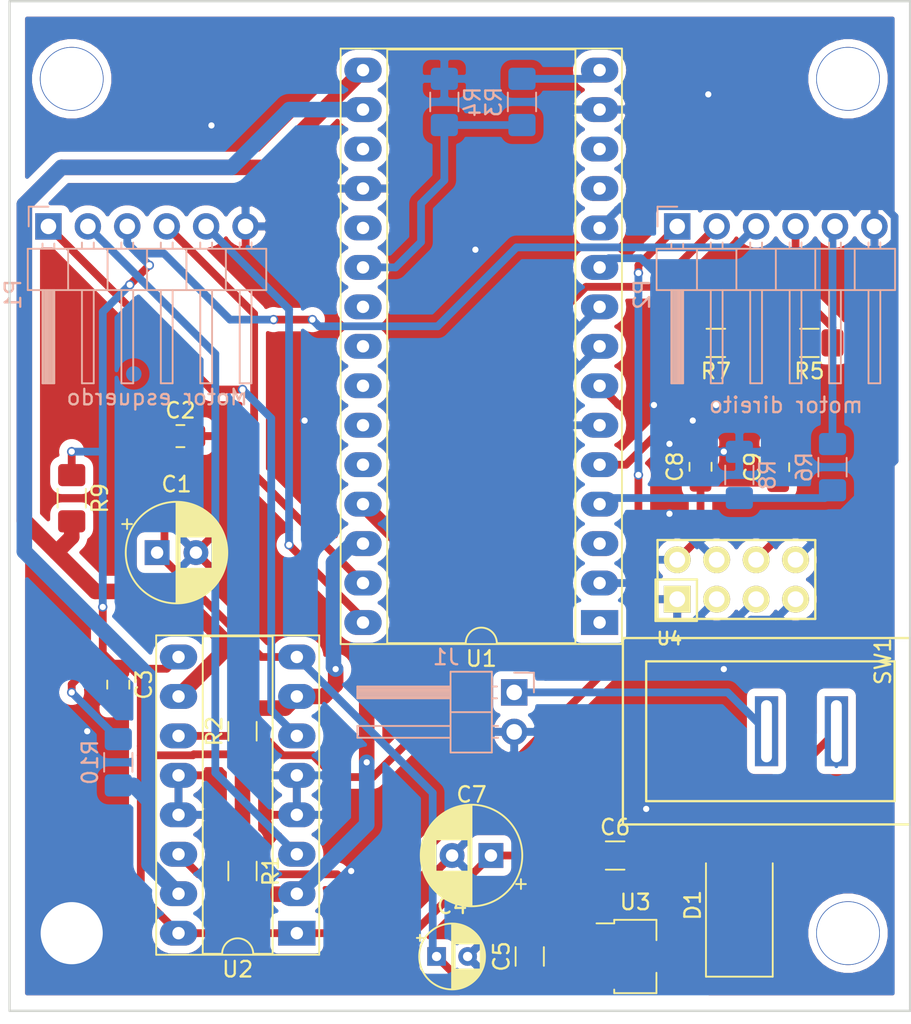
<source format=kicad_pcb>
(kicad_pcb (version 20171130) (host pcbnew 5.1.6-c6e7f7d~87~ubuntu20.04.1)
  (layers (0 F.Cu signal) (31 B.Cu signal) (34 B.Paste user) (35 F.Paste user) (36 B.SilkS user) (37 F.SilkS user) (38 B.Mask user) (39 F.Mask user) (44 Edge.Cuts user))
  (net 0 "")
  (net 1 GND)
  (net 2 +BATT)
  (net 3 +5V)
  (net 4 +3V3)
  (net 5 "Net-(D1-Pad2)")
  (net 6 "Net-(J1-Pad1)")
  (net 7 /MotorL/ENCODER_2)
  (net 8 /MotorL/ENCODER_1)
  (net 9 "Net-(P1-Pad2)")
  (net 10 "Net-(P1-Pad1)")
  (net 11 /MotorR/ENC_R_2)
  (net 12 /MotorR/ENC_R_1)
  (net 13 "Net-(P2-Pad2)")
  (net 14 "Net-(P2-Pad1)")
  (net 15 /MotorL/PWM_1)
  (net 16 /MotorL/PWM_2)
  (net 17 /Microcontroller/BATTERY_VOLTAGE)
  (net 18 /MotorR/ENCODER_1)
  (net 19 /MotorR/ENCODER_2)
  (net 20 /MotorR/PWM_1)
  (net 21 /MotorR/PWM_2)
  (net 22 "Net-(U1-Pad1)")
  (net 23 "Net-(U1-Pad3)")
  (net 24 "Net-(U1-Pad18)")
  (net 25 /Radio/CE)
  (net 26 "Net-(U1-Pad20)")
  (net 27 /Radio/CSN)
  (net 28 /Radio/SCK)
  (net 29 "Net-(U1-Pad22)")
  (net 30 /Radio/MISO)
  (net 31 "Net-(U1-Pad23)")
  (net 32 /Radio/MOSI)
  (net 33 "Net-(U1-Pad24)")
  (net 34 /Radio/IRQ)
  (net 35 "Net-(U1-Pad25)")
  (net 36 "Net-(U1-Pad12)")
  (net 37 "Net-(U1-Pad26)")
  (net 38 "Net-(U1-Pad13)")
  (module Connector_PinHeader_2.54mm:PinHeader_1x06_P2.54mm_Horizontal (layer B.Cu) (at 121.5 86.5 270)
    (fp_text reference P1 (at 4.385 2.27 90) (layer B.SilkS) (effects (justify mirror)))
    (fp_text value MOTOR_R)
    (pad 6 thru_hole oval (at 0 -12.7 270) (size 1.7 1.7) (drill 1) (layers *.Cu *.Mask) (net 1 GND))
    (pad 5 thru_hole oval (at 0 -10.16 270) (size 1.7 1.7) (drill 1) (layers *.Cu *.Mask) (net 7 /MotorL/ENCODER_2))
    (pad 4 thru_hole oval (at 0 -7.62 270) (size 1.7 1.7) (drill 1) (layers *.Cu *.Mask) (net 8 /MotorL/ENCODER_1))
    (pad 3 thru_hole oval (at 0 -5.08 270) (size 1.7 1.7) (drill 1) (layers *.Cu *.Mask) (net 3 +5V))
    (pad 2 thru_hole oval (at 0 -2.54 270) (size 1.7 1.7) (drill 1) (layers *.Cu *.Mask) (net 9 "Net-(P1-Pad2)"))
    (pad 1 thru_hole rect (at 0 0 270) (size 1.7 1.7) (drill 1) (layers *.Cu *.Mask) (net 10 "Net-(P1-Pad1)"))
  )
  (module Capacitor_THT:CP_Radial_D6.3mm_P2.50mm (layer F.Cu) (at 150 127 180)
    (fp_text reference C7 (at 1.25 3.92) (layer F.SilkS))
    (fp_text value 100uF)
    (pad 2 thru_hole circle (at 2.5 0 180) (size 1.6 1.6) (drill 0.8) (layers *.Cu *.Mask) (net 1 GND))
    (pad 1 thru_hole rect (at 0 0 180) (size 1.6 1.6) (drill 0.8) (layers *.Cu *.Mask) (net 3 +5V))
  )
  (module lib:NRF24L01 (layer F.Cu) (at 160.476 112.024 180)
    (fp_text reference U4 (at -1.016 -1.016) (layer F.SilkS) (effects (font (size 0.8 0.8) (thickness 0.16))))
    (fp_text value nRF24L01+ hide)
    (pad 2 thru_hole oval (at -1.524 4.064 180) (size 1.7272 1.7272) (drill 1.016) (layers *.Cu *.Mask F.SilkS) (net 4 +3V3))
    (pad 1 thru_hole rect (at -1.524 1.524 180) (size 1.7272 1.7272) (drill 1.016) (layers *.Cu *.Mask F.SilkS) (net 1 GND))
    (pad 4 thru_hole oval (at -4.064 4.064 180) (size 1.7272 1.7272) (drill 1.016) (layers *.Cu *.Mask F.SilkS) (net 27 /Radio/CSN))
    (pad 3 thru_hole oval (at -4.064 1.524 180) (size 1.7272 1.7272) (drill 1.016) (layers *.Cu *.Mask F.SilkS) (net 25 /Radio/CE))
    (pad 6 thru_hole oval (at -6.604 4.064 180) (size 1.7272 1.7272) (drill 1.016) (layers *.Cu *.Mask F.SilkS) (net 32 /Radio/MOSI))
    (pad 5 thru_hole oval (at -6.604 1.524 180) (size 1.7272 1.7272) (drill 1.016) (layers *.Cu *.Mask F.SilkS) (net 28 /Radio/SCK))
    (pad 8 thru_hole oval (at -9.144 4.064 180) (size 1.7272 1.7272) (drill 1.016) (layers *.Cu *.Mask F.SilkS) (net 34 /Radio/IRQ))
    (pad 7 thru_hole oval (at -9.144 1.524 180) (size 1.7272 1.7272) (drill 1.016) (layers *.Cu *.Mask F.SilkS) (net 30 /Radio/MISO))
  )
  (module Package_TO_SOT_SMD:SOT-89-3_Handsoldering (layer F.Cu) (at 159 133.5)
    (fp_text reference U3 (at 0.3 -3.5) (layer F.SilkS))
    (fp_text value LM78L05)
    (pad 2 smd custom (at -2.0625 0) (size 2.475 0.9) (layers F.Cu F.Paste F.Mask) (net 1 GND) (options (clearance outline) (anchor rect)) (primitives (gr_poly (pts (xy 1.2375 -0.8665) (xy 5.3625 -0.8665) (xy 5.3625 0.8665) (xy 1.2375 0.8665)) (width 0))))
    (pad 3 smd rect (at -2.15 1.5) (size 2.3 0.9) (layers F.Cu F.Paste F.Mask) (net 2 +BATT))
    (pad 1 smd rect (at -2.15 -1.5) (size 2.3 0.9) (layers F.Cu F.Paste F.Mask) (net 3 +5V))
  )
  (module Package_DIP:DIP-16_W7.62mm_Socket_LongPads (layer F.Cu) (at 137.5 132 180)
    (fp_text reference U2 (at 3.81 -2.33) (layer F.SilkS))
    (fp_text value SN754410)
    (pad 16 thru_hole oval (at 7.62 0 180) (size 2.4 1.6) (drill 0.8) (layers *.Cu *.Mask) (net 3 +5V))
    (pad 8 thru_hole oval (at 0 17.78 180) (size 2.4 1.6) (drill 0.8) (layers *.Cu *.Mask) (net 2 +BATT))
    (pad 15 thru_hole oval (at 7.62 2.54 180) (size 2.4 1.6) (drill 0.8) (layers *.Cu *.Mask) (net 21 /MotorR/PWM_2))
    (pad 7 thru_hole oval (at 0 15.24 180) (size 2.4 1.6) (drill 0.8) (layers *.Cu *.Mask) (net 16 /MotorL/PWM_2))
    (pad 14 thru_hole oval (at 7.62 5.08 180) (size 2.4 1.6) (drill 0.8) (layers *.Cu *.Mask) (net 14 "Net-(P2-Pad1)"))
    (pad 6 thru_hole oval (at 0 12.7 180) (size 2.4 1.6) (drill 0.8) (layers *.Cu *.Mask) (net 10 "Net-(P1-Pad1)"))
    (pad 13 thru_hole oval (at 7.62 7.62 180) (size 2.4 1.6) (drill 0.8) (layers *.Cu *.Mask) (net 1 GND))
    (pad 5 thru_hole oval (at 0 10.16 180) (size 2.4 1.6) (drill 0.8) (layers *.Cu *.Mask) (net 1 GND))
    (pad 12 thru_hole oval (at 7.62 10.16 180) (size 2.4 1.6) (drill 0.8) (layers *.Cu *.Mask) (net 1 GND))
    (pad 4 thru_hole oval (at 0 7.62 180) (size 2.4 1.6) (drill 0.8) (layers *.Cu *.Mask) (net 1 GND))
    (pad 11 thru_hole oval (at 7.62 12.7 180) (size 2.4 1.6) (drill 0.8) (layers *.Cu *.Mask) (net 13 "Net-(P2-Pad2)"))
    (pad 3 thru_hole oval (at 0 5.08 180) (size 2.4 1.6) (drill 0.8) (layers *.Cu *.Mask) (net 9 "Net-(P1-Pad2)"))
    (pad 10 thru_hole oval (at 7.62 15.24 180) (size 2.4 1.6) (drill 0.8) (layers *.Cu *.Mask) (net 20 /MotorR/PWM_1))
    (pad 2 thru_hole oval (at 0 2.54 180) (size 2.4 1.6) (drill 0.8) (layers *.Cu *.Mask) (net 15 /MotorL/PWM_1))
    (pad 9 thru_hole oval (at 7.62 17.78 180) (size 2.4 1.6) (drill 0.8) (layers *.Cu *.Mask) (net 3 +5V))
    (pad 1 thru_hole rect (at 0 0 180) (size 2.4 1.6) (drill 0.8) (layers *.Cu *.Mask) (net 3 +5V))
  )
  (module lib:NUCLEO-F3 (layer F.Cu) (at 157 112 180)
    (fp_text reference U1 (at 7.62 -2.33 180) (layer F.SilkS))
    (fp_text value NUCLEO-F303K8)
    (pad 1 thru_hole rect (at 0 0 180) (size 2.4 1.6) (drill 0.8) (layers *.Cu *.Mask) (net 22 "Net-(U1-Pad1)"))
    (pad 29 thru_hole oval (at 15.24 2.54 180) (size 2.4 1.6) (drill 0.8) (layers *.Cu *.Mask) (net 8 /MotorL/ENCODER_1))
    (pad 2 thru_hole oval (at 0 2.54 180) (size 2.4 1.6) (drill 0.8) (layers *.Cu *.Mask) (net 4 +3V3))
    (pad 16 thru_hole oval (at 15.24 35.56 180) (size 2.4 1.6) (drill 0.8) (layers *.Cu *.Mask) (net 20 /MotorR/PWM_1))
    (pad 3 thru_hole oval (at 0 5.08 180) (size 2.4 1.6) (drill 0.8) (layers *.Cu *.Mask) (net 23 "Net-(U1-Pad3)"))
    (pad 17 thru_hole oval (at 15.24 33.02 180) (size 2.4 1.6) (drill 0.8) (layers *.Cu *.Mask) (net 21 /MotorR/PWM_2))
    (pad 4 thru_hole oval (at 0 7.62 180) (size 2.4 1.6) (drill 0.8) (layers *.Cu *.Mask) (net 19 /MotorR/ENCODER_2))
    (pad 18 thru_hole oval (at 15.24 30.48 180) (size 2.4 1.6) (drill 0.8) (layers *.Cu *.Mask) (net 24 "Net-(U1-Pad18)"))
    (pad 5 thru_hole oval (at 0 10.16 180) (size 2.4 1.6) (drill 0.8) (layers *.Cu *.Mask) (net 18 /MotorR/ENCODER_1))
    (pad 19 thru_hole oval (at 15.24 27.94 180) (size 2.4 1.6) (drill 0.8) (layers *.Cu *.Mask) (net 1 GND))
    (pad 6 thru_hole oval (at 0 12.7 180) (size 2.4 1.6) (drill 0.8) (layers *.Cu *.Mask) (net 25 /Radio/CE))
    (pad 20 thru_hole oval (at 15.24 25.4 180) (size 2.4 1.6) (drill 0.8) (layers *.Cu *.Mask) (net 26 "Net-(U1-Pad20)"))
    (pad 7 thru_hole oval (at 0 15.24 180) (size 2.4 1.6) (drill 0.8) (layers *.Cu *.Mask) (net 27 /Radio/CSN))
    (pad 21 thru_hole oval (at 15.24 22.86 180) (size 2.4 1.6) (drill 0.8) (layers *.Cu *.Mask) (net 17 /Microcontroller/BATTERY_VOLTAGE))
    (pad 8 thru_hole oval (at 0 17.78 180) (size 2.4 1.6) (drill 0.8) (layers *.Cu *.Mask) (net 28 /Radio/SCK))
    (pad 22 thru_hole oval (at 15.24 20.32 180) (size 2.4 1.6) (drill 0.8) (layers *.Cu *.Mask) (net 29 "Net-(U1-Pad22)"))
    (pad 9 thru_hole oval (at 0 20.32 180) (size 2.4 1.6) (drill 0.8) (layers *.Cu *.Mask) (net 30 /Radio/MISO))
    (pad 23 thru_hole oval (at 15.24 17.78 180) (size 2.4 1.6) (drill 0.8) (layers *.Cu *.Mask) (net 31 "Net-(U1-Pad23)"))
    (pad 10 thru_hole oval (at 0 22.86 180) (size 2.4 1.6) (drill 0.8) (layers *.Cu *.Mask) (net 32 /Radio/MOSI))
    (pad 24 thru_hole oval (at 15.24 15.24 180) (size 2.4 1.6) (drill 0.8) (layers *.Cu *.Mask) (net 33 "Net-(U1-Pad24)"))
    (pad 11 thru_hole oval (at 0 25.4 180) (size 2.4 1.6) (drill 0.8) (layers *.Cu *.Mask) (net 34 /Radio/IRQ))
    (pad 25 thru_hole oval (at 15.24 12.7 180) (size 2.4 1.6) (drill 0.8) (layers *.Cu *.Mask) (net 35 "Net-(U1-Pad25)"))
    (pad 12 thru_hole oval (at 0 27.94 180) (size 2.4 1.6) (drill 0.8) (layers *.Cu *.Mask) (net 36 "Net-(U1-Pad12)"))
    (pad 26 thru_hole oval (at 15.24 10.16 180) (size 2.4 1.6) (drill 0.8) (layers *.Cu *.Mask) (net 37 "Net-(U1-Pad26)"))
    (pad 13 thru_hole oval (at 0 30.48 180) (size 2.4 1.6) (drill 0.8) (layers *.Cu *.Mask) (net 38 "Net-(U1-Pad13)"))
    (pad 27 thru_hole oval (at 15.24 7.62 180) (size 2.4 1.6) (drill 0.8) (layers *.Cu *.Mask) (net 15 /MotorL/PWM_1))
    (pad 14 thru_hole oval (at 0 33.02 180) (size 2.4 1.6) (drill 0.8) (layers *.Cu *.Mask) (net 1 GND))
    (pad 28 thru_hole oval (at 15.24 5.08 180) (size 2.4 1.6) (drill 0.8) (layers *.Cu *.Mask) (net 16 /MotorL/PWM_2))
    (pad 15 thru_hole oval (at 0 35.56 180) (size 2.4 1.6) (drill 0.8) (layers *.Cu *.Mask) (net 2 +BATT))
    (pad 30 thru_hole oval (at 15.24 0 180) (size 2.4 1.6) (drill 0.8) (layers *.Cu *.Mask) (net 7 /MotorL/ENCODER_2))
  )
  (module lib:PRK22J5DBBNN (layer F.Cu) (at 170 119 90)
    (fp_text reference SW1 (at 4.5 5.25 90) (layer F.SilkS))
    (fp_text value SW_SPST)
    (pad 2 thru_hole rect (at 0 2.25 90) (size 4.5 1.5) (drill oval 4 0.7) (layers *.Cu *.Mask) (net 5 "Net-(D1-Pad2)"))
    (pad 1 thru_hole rect (at 0 -2.25 90) (size 4.5 1.5) (drill oval 4 0.7) (layers *.Cu *.Mask) (net 6 "Net-(J1-Pad1)"))
  )
  (module Resistor_SMD:R_1206_3216Metric_Pad1.42x1.75mm_HandSolder (layer B.Cu) (at 126 121 270)
    (fp_text reference R10 (at 0 1.82 90) (layer B.SilkS) (effects (justify mirror)))
    (fp_text value 1k)
    (pad 2 smd roundrect (at 1.4875 0 270) (size 1.425 1.75) (layers B.Cu B.Paste B.Mask) (roundrect_rratio 0.175439) (net 21 /MotorR/PWM_2))
    (pad 1 smd roundrect (at -1.4875 0 270) (size 1.425 1.75) (layers B.Cu B.Paste B.Mask) (roundrect_rratio 0.175439) (net 3 +5V))
  )
  (module Resistor_SMD:R_1206_3216Metric_Pad1.42x1.75mm_HandSolder (layer F.Cu) (at 123 104 270)
    (fp_text reference R9 (at 0 -1.82 90) (layer F.SilkS))
    (fp_text value 1k)
    (pad 2 smd roundrect (at 1.4875 0 270) (size 1.425 1.75) (layers F.Cu F.Paste F.Mask) (roundrect_rratio 0.175439) (net 20 /MotorR/PWM_1))
    (pad 1 smd roundrect (at -1.4875 0 270) (size 1.425 1.75) (layers F.Cu F.Paste F.Mask) (roundrect_rratio 0.175439) (net 3 +5V))
  )
  (module Resistor_SMD:R_1206_3216Metric_Pad1.42x1.75mm_HandSolder (layer B.Cu) (at 166 102.5 90)
    (fp_text reference R8 (at 0 1.82 270) (layer B.SilkS) (effects (justify mirror)))
    (fp_text value 91k)
    (pad 2 smd roundrect (at 1.4875 0 90) (size 1.425 1.75) (layers B.Cu B.Paste B.Mask) (roundrect_rratio 0.175439) (net 1 GND))
    (pad 1 smd roundrect (at -1.4875 0 90) (size 1.425 1.75) (layers B.Cu B.Paste B.Mask) (roundrect_rratio 0.175439) (net 19 /MotorR/ENCODER_2))
  )
  (module Resistor_SMD:R_1206_3216Metric_Pad1.42x1.75mm_HandSolder (layer F.Cu) (at 164.4875 94 180)
    (fp_text reference R7 (at 0 -1.82) (layer F.SilkS))
    (fp_text value 91k)
    (pad 2 smd roundrect (at 1.4875 0 180) (size 1.425 1.75) (layers F.Cu F.Paste F.Mask) (roundrect_rratio 0.175439) (net 1 GND))
    (pad 1 smd roundrect (at -1.4875 0 180) (size 1.425 1.75) (layers F.Cu F.Paste F.Mask) (roundrect_rratio 0.175439) (net 18 /MotorR/ENCODER_1))
  )
  (module Resistor_SMD:R_1206_3216Metric_Pad1.42x1.75mm_HandSolder (layer B.Cu) (at 172 102 270)
    (fp_text reference R6 (at 0 1.82 90) (layer B.SilkS) (effects (justify mirror)))
    (fp_text value 47k)
    (pad 2 smd roundrect (at 1.4875 0 270) (size 1.425 1.75) (layers B.Cu B.Paste B.Mask) (roundrect_rratio 0.175439) (net 19 /MotorR/ENCODER_2))
    (pad 1 smd roundrect (at -1.4875 0 270) (size 1.425 1.75) (layers B.Cu B.Paste B.Mask) (roundrect_rratio 0.175439) (net 11 /MotorR/ENC_R_2))
  )
  (module Resistor_SMD:R_1206_3216Metric_Pad1.42x1.75mm_HandSolder (layer F.Cu) (at 170.5125 94 180)
    (fp_text reference R5 (at 0 -1.82) (layer F.SilkS))
    (fp_text value 47k)
    (pad 2 smd roundrect (at 1.4875 0 180) (size 1.425 1.75) (layers F.Cu F.Paste F.Mask) (roundrect_rratio 0.175439) (net 18 /MotorR/ENCODER_1))
    (pad 1 smd roundrect (at -1.4875 0 180) (size 1.425 1.75) (layers F.Cu F.Paste F.Mask) (roundrect_rratio 0.175439) (net 12 /MotorR/ENC_R_1))
  )
  (module Resistor_SMD:R_1206_3216Metric_Pad1.42x1.75mm_HandSolder (layer B.Cu) (at 147 78.4875 90)
    (fp_text reference R4 (at 0 1.82 270) (layer B.SilkS) (effects (justify mirror)))
    (fp_text value 2k2)
    (pad 2 smd roundrect (at 1.4875 0 90) (size 1.425 1.75) (layers B.Cu B.Paste B.Mask) (roundrect_rratio 0.175439) (net 1 GND))
    (pad 1 smd roundrect (at -1.4875 0 90) (size 1.425 1.75) (layers B.Cu B.Paste B.Mask) (roundrect_rratio 0.175439) (net 17 /Microcontroller/BATTERY_VOLTAGE))
  )
  (module Resistor_SMD:R_1206_3216Metric_Pad1.42x1.75mm_HandSolder (layer B.Cu) (at 152 78.4875 270)
    (fp_text reference R3 (at 0 1.82 270) (layer B.SilkS) (effects (justify mirror)))
    (fp_text value 22k)
    (pad 2 smd roundrect (at 1.4875 0 270) (size 1.425 1.75) (layers B.Cu B.Paste B.Mask) (roundrect_rratio 0.175439) (net 17 /Microcontroller/BATTERY_VOLTAGE))
    (pad 1 smd roundrect (at -1.4875 0 270) (size 1.425 1.75) (layers B.Cu B.Paste B.Mask) (roundrect_rratio 0.175439) (net 2 +BATT))
  )
  (module Resistor_SMD:R_1206_3216Metric_Pad1.42x1.75mm_HandSolder (layer F.Cu) (at 134 119 90)
    (fp_text reference R2 (at 0 -1.82 90) (layer F.SilkS))
    (fp_text value 1k)
    (pad 2 smd roundrect (at 1.4875 0 90) (size 1.425 1.75) (layers F.Cu F.Paste F.Mask) (roundrect_rratio 0.175439) (net 16 /MotorL/PWM_2))
    (pad 1 smd roundrect (at -1.4875 0 90) (size 1.425 1.75) (layers F.Cu F.Paste F.Mask) (roundrect_rratio 0.175439) (net 3 +5V))
  )
  (module Resistor_SMD:R_1206_3216Metric_Pad1.42x1.75mm_HandSolder (layer F.Cu) (at 134 128 270)
    (fp_text reference R1 (at 0 -1.82 90) (layer F.SilkS))
    (fp_text value 1k)
    (pad 2 smd roundrect (at 1.4875 0 270) (size 1.425 1.75) (layers F.Cu F.Paste F.Mask) (roundrect_rratio 0.175439) (net 15 /MotorL/PWM_1))
    (pad 1 smd roundrect (at -1.4875 0 270) (size 1.425 1.75) (layers F.Cu F.Paste F.Mask) (roundrect_rratio 0.175439) (net 3 +5V))
  )
  (module Connector_PinHeader_2.54mm:PinHeader_1x06_P2.54mm_Horizontal (layer B.Cu) (at 162 86.5 270)
    (fp_text reference P2 (at 4.385 2.27 90) (layer B.SilkS) (effects (justify mirror)))
    (fp_text value MOTOR_R)
    (pad 6 thru_hole oval (at 0 -12.7 270) (size 1.7 1.7) (drill 1) (layers *.Cu *.Mask) (net 1 GND))
    (pad 5 thru_hole oval (at 0 -10.16 270) (size 1.7 1.7) (drill 1) (layers *.Cu *.Mask) (net 11 /MotorR/ENC_R_2))
    (pad 4 thru_hole oval (at 0 -7.62 270) (size 1.7 1.7) (drill 1) (layers *.Cu *.Mask) (net 12 /MotorR/ENC_R_1))
    (pad 3 thru_hole oval (at 0 -5.08 270) (size 1.7 1.7) (drill 1) (layers *.Cu *.Mask) (net 3 +5V))
    (pad 2 thru_hole oval (at 0 -2.54 270) (size 1.7 1.7) (drill 1) (layers *.Cu *.Mask) (net 13 "Net-(P2-Pad2)"))
    (pad 1 thru_hole rect (at 0 0 270) (size 1.7 1.7) (drill 1) (layers *.Cu *.Mask) (net 14 "Net-(P2-Pad1)"))
  )
  (module Connector_PinHeader_2.54mm:PinHeader_1x02_P2.54mm_Horizontal (layer B.Cu) (at 151.5 116.5 180)
    (fp_text reference J1 (at 4.385 2.27) (layer B.SilkS) (effects (justify mirror)))
    (fp_text value BATTERY)
    (pad 2 thru_hole oval (at 0 -2.54 180) (size 1.7 1.7) (drill 1) (layers *.Cu *.Mask) (net 1 GND))
    (pad 1 thru_hole rect (at 0 0 180) (size 1.7 1.7) (drill 1) (layers *.Cu *.Mask) (net 6 "Net-(J1-Pad1)"))
  )
  (module Diode_SMD:D_SMB_Handsoldering (layer F.Cu) (at 166 130.2 90)
    (fp_text reference D1 (at 0 -3 90) (layer F.SilkS))
    (fp_text value SS34)
    (pad 2 smd rect (at 2.7 0 90) (size 3.5 2.3) (layers F.Cu F.Paste F.Mask) (net 5 "Net-(D1-Pad2)"))
    (pad 1 smd rect (at -2.7 0 90) (size 3.5 2.3) (layers F.Cu F.Paste F.Mask) (net 2 +BATT))
  )
  (module Capacitor_SMD:C_0805_2012Metric_Pad1.15x1.40mm_HandSolder (layer F.Cu) (at 168.5 102 90)
    (fp_text reference C9 (at 0 -1.65 90) (layer F.SilkS))
    (fp_text value 1uF)
    (pad 2 smd roundrect (at 1.025 0 90) (size 1.15 1.4) (layers F.Cu F.Paste F.Mask) (roundrect_rratio 0.217391) (net 1 GND))
    (pad 1 smd roundrect (at -1.025 0 90) (size 1.15 1.4) (layers F.Cu F.Paste F.Mask) (roundrect_rratio 0.217391) (net 4 +3V3))
  )
  (module Capacitor_SMD:C_0805_2012Metric_Pad1.15x1.40mm_HandSolder (layer F.Cu) (at 163.5 101.975 90)
    (fp_text reference C8 (at 0 -1.65 90) (layer F.SilkS))
    (fp_text value 1uF)
    (pad 2 smd roundrect (at 1.025 0 90) (size 1.15 1.4) (layers F.Cu F.Paste F.Mask) (roundrect_rratio 0.217391) (net 1 GND))
    (pad 1 smd roundrect (at -1.025 0 90) (size 1.15 1.4) (layers F.Cu F.Paste F.Mask) (roundrect_rratio 0.217391) (net 4 +3V3))
  )
  (module Capacitor_SMD:C_1206_3216Metric_Pad1.42x1.75mm_HandSolder (layer F.Cu) (at 158 127)
    (fp_text reference C6 (at 0 -1.82) (layer F.SilkS))
    (fp_text value 100nF)
    (pad 2 smd roundrect (at 1.4875 0) (size 1.425 1.75) (layers F.Cu F.Paste F.Mask) (roundrect_rratio 0.175439) (net 1 GND))
    (pad 1 smd roundrect (at -1.4875 0) (size 1.425 1.75) (layers F.Cu F.Paste F.Mask) (roundrect_rratio 0.175439) (net 3 +5V))
  )
  (module Capacitor_SMD:C_1206_3216Metric_Pad1.42x1.75mm_HandSolder (layer F.Cu) (at 152.5 133.5 90)
    (fp_text reference C5 (at 0 -1.82 90) (layer F.SilkS))
    (fp_text value 100nF)
    (pad 2 smd roundrect (at 1.4875 0 90) (size 1.425 1.75) (layers F.Cu F.Paste F.Mask) (roundrect_rratio 0.175439) (net 1 GND))
    (pad 1 smd roundrect (at -1.4875 0 90) (size 1.425 1.75) (layers F.Cu F.Paste F.Mask) (roundrect_rratio 0.175439) (net 2 +BATT))
  )
  (module Capacitor_THT:CP_Radial_D4.0mm_P2.00mm (layer F.Cu) (at 146.5 133.5)
    (fp_text reference C4 (at 1 -3.25) (layer F.SilkS))
    (fp_text value 10uF)
    (pad 2 thru_hole circle (at 2 0) (size 1.2 1.2) (drill 0.6) (layers *.Cu *.Mask) (net 1 GND))
    (pad 1 thru_hole rect (at 0 0) (size 1.2 1.2) (drill 0.6) (layers *.Cu *.Mask) (net 2 +BATT))
  )
  (module Capacitor_SMD:C_0805_2012Metric_Pad1.15x1.40mm_HandSolder (layer F.Cu) (at 126 116 270)
    (fp_text reference C3 (at 0 -1.65 90) (layer F.SilkS))
    (fp_text value 1uF)
    (pad 2 smd roundrect (at 1.025 0 270) (size 1.15 1.4) (layers F.Cu F.Paste F.Mask) (roundrect_rratio 0.217391) (net 1 GND))
    (pad 1 smd roundrect (at -1.025 0 270) (size 1.15 1.4) (layers F.Cu F.Paste F.Mask) (roundrect_rratio 0.217391) (net 3 +5V))
  )
  (module Capacitor_SMD:C_0805_2012Metric_Pad1.15x1.40mm_HandSolder (layer F.Cu) (at 130 100)
    (fp_text reference C2 (at 0 -1.65) (layer F.SilkS))
    (fp_text value 1uF)
    (pad 2 smd roundrect (at 1.025 0) (size 1.15 1.4) (layers F.Cu F.Paste F.Mask) (roundrect_rratio 0.217391) (net 1 GND))
    (pad 1 smd roundrect (at -1.025 0) (size 1.15 1.4) (layers F.Cu F.Paste F.Mask) (roundrect_rratio 0.217391) (net 2 +BATT))
  )
  (module Capacitor_THT:CP_Radial_D6.3mm_P2.50mm (layer F.Cu) (at 128.5 107.5)
    (fp_text reference C1 (at 1.25 -4.4) (layer F.SilkS))
    (fp_text value 100uF)
    (pad 2 thru_hole circle (at 2.5 0) (size 1.6 1.6) (drill 0.8) (layers *.Cu *.Mask) (net 1 GND))
    (pad 1 thru_hole rect (at 0 0) (size 1.6 1.6) (drill 0.8) (layers *.Cu *.Mask) (net 2 +BATT))
  )
  (gr_text "motor direito" (at 169 98) (layer B.SilkS) (effects (font (size 1 1)) (justify mirror)))
  (gr_text "Motor esquerdo" (at 128.5 97.5) (layer B.SilkS) (effects (font (size 1 1)) (justify mirror)))
  (gr_line (start 119 137) (end 119 72) (layer Edge.Cuts) (width 0.15))
  (gr_line (start 177 137) (end 119 137) (layer Edge.Cuts) (width 0.15))
  (gr_line (start 177 72) (end 177 137) (layer Edge.Cuts) (width 0.15))
  (gr_line (start 119 72) (end 177 72) (layer Edge.Cuts) (width 0.15))
  (via (at 123 77) (size 4.1) (drill 4) (layers F.Cu B.Cu) (net 0))
  (via (at 173 77) (size 4.1) (drill 4) (layers F.Cu B.Cu) (net 0))
  (via (at 123 132) (size 4.1) (drill 4) (layers F.Cu B.Cu) (net 1))
  (segment (start 159.4875 127) (end 159.46 127) (width 0.5) (layer F.Cu) (net 1))
  (via (at 138 99) (size 0.6) (drill 0.4) (layers F.Cu B.Cu) (net 1))
  (via (at 163 99) (size 0.6) (drill 0.4) (layers F.Cu B.Cu) (net 1))
  (via (at 160 124) (size 0.6) (drill 0.4) (layers F.Cu B.Cu) (net 1))
  (via (at 141 128) (size 0.6) (drill 0.4) (layers F.Cu B.Cu) (net 1))
  (via (at 149 88) (size 0.6) (drill 0.4) (layers F.Cu B.Cu) (net 1))
  (via (at 132 80) (size 0.6) (drill 0.4) (layers F.Cu B.Cu) (net 1))
  (via (at 164 78) (size 0.6) (drill 0.4) (layers F.Cu B.Cu) (net 1))
  (via (at 124 119) (size 0.6) (drill 0.4) (layers F.Cu B.Cu) (net 1))
  (via (at 165 115) (size 0.6) (drill 0.4) (layers F.Cu B.Cu) (net 1))
  (via (at 165 101) (size 0.6) (drill 0.4) (layers F.Cu B.Cu) (net 1))
  (segment (start 165.0125 101.0125) (end 165 101) (width 0.5) (layer B.Cu) (net 1))
  (segment (start 166 101.0125) (end 165.0125 101.0125) (width 0.5) (layer B.Cu) (net 1))
  (segment (start 163.55 101) (end 163.5 100.95) (width 0.5) (layer F.Cu) (net 1))
  (segment (start 165 101) (end 163.55 101) (width 0.5) (layer F.Cu) (net 1))
  (segment (start 152.5125 135) (end 152.5 134.9875) (width 0.25) (layer F.Cu) (net 2))
  (segment (start 163.9 135) (end 156.85 135) (width 0.5) (layer F.Cu) (net 2))
  (segment (start 166 132.9) (end 163.9 135) (width 0.5) (layer F.Cu) (net 2))
  (segment (start 147.9875 134.9875) (end 146.5 133.5) (width 0.5) (layer F.Cu) (net 2))
  (segment (start 152.5 134.9875) (end 147.9875 134.9875) (width 0.5) (layer F.Cu) (net 2))
  (segment (start 156.8375 134.9875) (end 156.85 135) (width 0.5) (layer F.Cu) (net 2))
  (segment (start 152.5 134.9875) (end 156.8375 134.9875) (width 0.5) (layer F.Cu) (net 2))
  (segment (start 128.975 107.025) (end 128.5 107.5) (width 0.5) (layer F.Cu) (net 2))
  (segment (start 128.975 100) (end 128.975 107.025) (width 0.5) (layer F.Cu) (net 2))
  (segment (start 135.22 114.22) (end 128.5 107.5) (width 0.5) (layer F.Cu) (net 2))
  (segment (start 137.5 114.22) (end 135.22 114.22) (width 0.5) (layer F.Cu) (net 2))
  (segment (start 146.249999 122.969999) (end 137.5 114.22) (width 0.5) (layer B.Cu) (net 2))
  (segment (start 146.249999 133.249999) (end 146.249999 122.969999) (width 0.5) (layer B.Cu) (net 2))
  (segment (start 146.5 133.5) (end 146.249999 133.249999) (width 0.5) (layer B.Cu) (net 2))
  (segment (start 156.44 77) (end 157 76.44) (width 0.5) (layer B.Cu) (net 2))
  (segment (start 152 77) (end 156.44 77) (width 0.5) (layer B.Cu) (net 2))
  (segment (start 156.85 127.3375) (end 156.5125 127) (width 0.25) (layer F.Cu) (net 3))
  (segment (start 156.5125 131.6625) (end 156.85 132) (width 0.25) (layer F.Cu) (net 3))
  (segment (start 156.5125 127) (end 156.5125 131.6625) (width 0.5) (layer F.Cu) (net 3))
  (segment (start 156.5125 127) (end 150 127) (width 0.5) (layer F.Cu) (net 3))
  (segment (start 129.125 114.975) (end 129.88 114.22) (width 0.5) (layer F.Cu) (net 3))
  (segment (start 129.88 132) (end 127.45001 129.57001) (width 0.5) (layer F.Cu) (net 3))
  (segment (start 137.5 132) (end 129.88 132) (width 0.5) (layer F.Cu) (net 3))
  (segment (start 127.45001 115.54999) (end 127.45001 115.45001) (width 0.5) (layer F.Cu) (net 3))
  (segment (start 127.025 115.12498) (end 127.45001 115.54999) (width 0.5) (layer F.Cu) (net 3))
  (segment (start 127.025 114.975) (end 127.025 115.12498) (width 0.5) (layer F.Cu) (net 3))
  (segment (start 126 114.975) (end 127.025 114.975) (width 0.5) (layer F.Cu) (net 3))
  (segment (start 127.025 114.975) (end 129.125 114.975) (width 0.5) (layer F.Cu) (net 3))
  (segment (start 145 132) (end 137.5 132) (width 0.5) (layer F.Cu) (net 3))
  (segment (start 150 127) (end 145 132) (width 0.5) (layer F.Cu) (net 3))
  (segment (start 134 120.4875) (end 134 126.5125) (width 1) (layer F.Cu) (net 3))
  (segment (start 127.45003 120.55001) (end 127.45001 120.54999) (width 0.5) (layer F.Cu) (net 3))
  (segment (start 134 120.4875) (end 133.93749 120.55001) (width 0.5) (layer F.Cu) (net 3))
  (segment (start 127.45001 129.57001) (end 127.45001 120.54999) (width 0.5) (layer F.Cu) (net 3))
  (via (at 128 89) (size 0.6) (drill 0.4) (layers F.Cu B.Cu) (net 3))
  (segment (start 126.58 86.5) (end 126.58 87.58) (width 0.5) (layer B.Cu) (net 3))
  (segment (start 128 89) (end 127 90) (width 0.5) (layer F.Cu) (net 3))
  (via (at 126.739669 90.260331) (size 0.6) (drill 0.4) (layers F.Cu B.Cu) (net 3))
  (segment (start 127 90) (end 126.739669 90.260331) (width 0.5) (layer F.Cu) (net 3))
  (via (at 125 111) (size 0.6) (drill 0.4) (layers F.Cu B.Cu) (net 3))
  (segment (start 126.739669 90.260331) (end 125 92) (width 0.5) (layer B.Cu) (net 3))
  (segment (start 125 113.975) (end 126 114.975) (width 0.5) (layer F.Cu) (net 3))
  (segment (start 125 111) (end 125 113.975) (width 0.5) (layer F.Cu) (net 3))
  (segment (start 165.72999 87.85001) (end 151.64999 87.85001) (width 0.5) (layer B.Cu) (net 3))
  (segment (start 167.08 86.5) (end 165.72999 87.85001) (width 0.5) (layer B.Cu) (net 3))
  (via (at 138.5 92.5) (size 0.6) (drill 0.4) (layers F.Cu B.Cu) (net 3))
  (segment (start 138.93001 92.93001) (end 138.5 92.5) (width 0.5) (layer B.Cu) (net 3))
  (segment (start 146.56999 92.93001) (end 138.93001 92.93001) (width 0.5) (layer B.Cu) (net 3))
  (segment (start 151.64999 87.85001) (end 146.56999 92.93001) (width 0.5) (layer B.Cu) (net 3))
  (via (at 136 92.5) (size 0.6) (drill 0.4) (layers F.Cu B.Cu) (net 3))
  (segment (start 138.5 92.5) (end 136 92.5) (width 0.5) (layer F.Cu) (net 3))
  (segment (start 128.945998 88.25) (end 127.25 88.25) (width 0.5) (layer B.Cu) (net 3))
  (segment (start 133.195998 92.5) (end 128.945998 88.25) (width 0.5) (layer B.Cu) (net 3))
  (segment (start 136 92.5) (end 133.195998 92.5) (width 0.5) (layer B.Cu) (net 3))
  (segment (start 127.25 88.25) (end 128 89) (width 0.5) (layer B.Cu) (net 3))
  (segment (start 126.58 87.58) (end 127.25 88.25) (width 0.5) (layer B.Cu) (net 3))
  (via (at 123 116.5) (size 0.6) (drill 0.4) (layers F.Cu B.Cu) (net 3))
  (segment (start 126 119.5) (end 123 116.5) (width 0.5) (layer B.Cu) (net 3))
  (segment (start 126 119.5125) (end 126 119.5) (width 0.5) (layer B.Cu) (net 3))
  (segment (start 123 115.975) (end 125 113.975) (width 0.5) (layer F.Cu) (net 3))
  (segment (start 123 116.5) (end 123 115.975) (width 0.5) (layer F.Cu) (net 3))
  (via (at 123 101) (size 0.6) (drill 0.4) (layers F.Cu B.Cu) (net 3))
  (segment (start 123 102.5125) (end 123 101) (width 0.5) (layer F.Cu) (net 3))
  (segment (start 123 101) (end 125 101) (width 0.5) (layer B.Cu) (net 3))
  (segment (start 125 101) (end 125 111) (width 0.5) (layer B.Cu) (net 3))
  (segment (start 125 92) (end 125 101) (width 0.5) (layer B.Cu) (net 3))
  (segment (start 130.797771 120.55001) (end 128.05001 120.55001) (width 0.5) (layer F.Cu) (net 3))
  (segment (start 130.860281 120.4875) (end 130.797771 120.55001) (width 0.5) (layer F.Cu) (net 3))
  (segment (start 128.05001 120.55001) (end 127.45001 119.95001) (width 0.5) (layer F.Cu) (net 3))
  (segment (start 134 120.4875) (end 130.860281 120.4875) (width 0.5) (layer F.Cu) (net 3))
  (segment (start 127.45001 119.95001) (end 127.45001 115.54999) (width 0.5) (layer F.Cu) (net 3))
  (segment (start 127.45001 120.54999) (end 127.45001 119.95001) (width 0.5) (layer F.Cu) (net 3))
  (segment (start 163.5 106.46) (end 162 107.96) (width 0.5) (layer F.Cu) (net 4))
  (segment (start 163.5 103) (end 163.5 106.46) (width 0.5) (layer F.Cu) (net 4))
  (segment (start 168.475 103) (end 168.5 103.025) (width 0.5) (layer F.Cu) (net 4))
  (segment (start 163.5 103) (end 168.475 103) (width 0.5) (layer F.Cu) (net 4))
  (segment (start 162 107.96) (end 160.54 107.96) (width 0.5) (layer B.Cu) (net 4))
  (segment (start 159.04 109.46) (end 157 109.46) (width 0.5) (layer B.Cu) (net 4))
  (segment (start 160.54 107.96) (end 159.04 109.46) (width 0.5) (layer B.Cu) (net 4))
  (segment (start 172.25 119) (end 172.25 121.25) (width 0.25) (layer B.Cu) (net 5))
  (segment (start 166 125.25) (end 172.25 119) (width 0.5) (layer F.Cu) (net 5))
  (segment (start 166 127.5) (end 166 125.25) (width 0.5) (layer F.Cu) (net 5))
  (segment (start 167.25 118.5) (end 167.75 119) (width 0.25) (layer B.Cu) (net 6))
  (segment (start 151.5 116.5) (end 165.25 116.5) (width 0.5) (layer B.Cu) (net 6))
  (segment (start 165.25 116.5) (end 167.75 119) (width 0.5) (layer B.Cu) (net 6))
  (segment (start 141.76 111.76) (end 137 107) (width 0.5) (layer F.Cu) (net 7))
  (via (at 137 107) (size 0.6) (drill 0.4) (layers F.Cu B.Cu) (net 7))
  (segment (start 141.76 112) (end 141.76 111.76) (width 0.5) (layer F.Cu) (net 7))
  (segment (start 137 91.84) (end 131.66 86.5) (width 0.5) (layer B.Cu) (net 7))
  (segment (start 137 107) (end 137 91.84) (width 0.5) (layer B.Cu) (net 7))
  (segment (start 134.750001 92.130001) (end 129.12 86.5) (width 0.5) (layer F.Cu) (net 8))
  (segment (start 134.750001 102.450001) (end 134.750001 92.130001) (width 0.5) (layer F.Cu) (net 8))
  (segment (start 141.76 109.46) (end 134.750001 102.450001) (width 0.5) (layer F.Cu) (net 8))
  (segment (start 132.250001 94.710001) (end 124.04 86.5) (width 0.5) (layer B.Cu) (net 9))
  (segment (start 132.250001 121.670001) (end 132.250001 94.710001) (width 0.5) (layer B.Cu) (net 9))
  (segment (start 137.5 126.92) (end 132.250001 121.670001) (width 0.5) (layer B.Cu) (net 9))
  (segment (start 135.84999 98.84999) (end 134 97) (width 0.5) (layer B.Cu) (net 10))
  (segment (start 135.84999 117.64999) (end 135.84999 98.84999) (width 0.5) (layer B.Cu) (net 10))
  (via (at 134 97) (size 0.6) (drill 0.4) (layers F.Cu B.Cu) (net 10))
  (segment (start 137.5 119.3) (end 135.84999 117.64999) (width 0.5) (layer B.Cu) (net 10))
  (segment (start 132 97) (end 121.5 86.5) (width 0.5) (layer F.Cu) (net 10))
  (segment (start 134 97) (end 132 97) (width 0.5) (layer F.Cu) (net 10))
  (via (at 173 132) (size 4.1) (drill 4) (layers F.Cu B.Cu) (net 11))
  (segment (start 172 86.66) (end 172.16 86.5) (width 0.5) (layer B.Cu) (net 11))
  (segment (start 172 100.5125) (end 172 86.66) (width 0.5) (layer B.Cu) (net 11))
  (segment (start 172 94) (end 172 93) (width 0.5) (layer F.Cu) (net 12))
  (segment (start 169.62 90.62) (end 169.62 86.5) (width 0.5) (layer F.Cu) (net 12))
  (segment (start 172 93) (end 169.62 90.62) (width 0.5) (layer F.Cu) (net 12))
  (segment (start 142.393507 121.95001) (end 152.5 111.843517) (width 0.5) (layer F.Cu) (net 13))
  (segment (start 139.95001 121.95001) (end 142.393507 121.95001) (width 0.5) (layer F.Cu) (net 13))
  (segment (start 138.55001 120.55001) (end 139.95001 121.95001) (width 0.5) (layer F.Cu) (net 13))
  (segment (start 136.582229 120.55001) (end 138.55001 120.55001) (width 0.5) (layer F.Cu) (net 13))
  (segment (start 135.332219 119.3) (end 136.582229 120.55001) (width 0.5) (layer F.Cu) (net 13))
  (segment (start 129.88 119.3) (end 135.332219 119.3) (width 0.5) (layer F.Cu) (net 13))
  (segment (start 160.64999 90.39001) (end 164.54 86.5) (width 0.5) (layer F.Cu) (net 13))
  (segment (start 156.122209 90.39001) (end 160.64999 90.39001) (width 0.5) (layer F.Cu) (net 13))
  (segment (start 152.5 94.012219) (end 156.122209 90.39001) (width 0.5) (layer F.Cu) (net 13))
  (segment (start 152.5 111.843517) (end 152.5 94.012219) (width 0.5) (layer F.Cu) (net 13))
  (segment (start 143.714001 128.750001) (end 159.5 112.964002) (width 0.5) (layer F.Cu) (net 14))
  (segment (start 140.639999 128.750001) (end 143.714001 128.750001) (width 0.5) (layer F.Cu) (net 14))
  (segment (start 140.099988 128.20999) (end 140.639999 128.750001) (width 0.5) (layer F.Cu) (net 14))
  (segment (start 131.16999 128.20999) (end 140.099988 128.20999) (width 0.5) (layer F.Cu) (net 14))
  (segment (start 129.88 126.92) (end 131.16999 128.20999) (width 0.5) (layer F.Cu) (net 14))
  (via (at 159.5 102.5) (size 0.6) (drill 0.4) (layers F.Cu B.Cu) (net 14))
  (segment (start 159.5 112.964002) (end 159.5 102.5) (width 0.5) (layer F.Cu) (net 14))
  (via (at 159.5 89.5) (size 0.6) (drill 0.4) (layers F.Cu B.Cu) (net 14))
  (segment (start 159.5 102.5) (end 159.5 89.5) (width 0.5) (layer B.Cu) (net 14))
  (segment (start 159.5 89) (end 162 86.5) (width 0.5) (layer F.Cu) (net 14))
  (segment (start 159.5 89.5) (end 159.5 89) (width 0.5) (layer F.Cu) (net 14))
  (segment (start 137.5 129.46) (end 137.54 129.46) (width 1) (layer B.Cu) (net 15))
  (segment (start 137.54 129.46) (end 142 125) (width 1) (layer B.Cu) (net 15))
  (via (at 142 121) (size 0.6) (drill 0.4) (layers F.Cu B.Cu) (net 15))
  (segment (start 142 125) (end 142 121) (width 1) (layer B.Cu) (net 15))
  (segment (start 137.4725 129.4875) (end 137.5 129.46) (width 1) (layer F.Cu) (net 15))
  (segment (start 134 129.4875) (end 137.4725 129.4875) (width 1) (layer F.Cu) (net 15))
  (segment (start 144.5 107.12) (end 141.76 104.38) (width 1) (layer F.Cu) (net 15))
  (segment (start 144.5 107.5) (end 144.5 107.12) (width 1) (layer F.Cu) (net 15))
  (segment (start 145 108) (end 144.5 107.5) (width 1) (layer F.Cu) (net 15))
  (segment (start 145 113) (end 145 108) (width 1) (layer F.Cu) (net 15))
  (segment (start 142 116) (end 145 113) (width 1) (layer F.Cu) (net 15))
  (segment (start 142 121) (end 142 116) (width 1) (layer F.Cu) (net 15))
  (segment (start 141.08 106.92) (end 141 107) (width 1) (layer F.Cu) (net 16))
  (segment (start 141.76 106.92) (end 141.08 106.92) (width 1) (layer F.Cu) (net 16))
  (via (at 140 115) (size 0.6) (drill 0.4) (layers F.Cu B.Cu) (net 16))
  (segment (start 137.74 117) (end 137.5 116.76) (width 1) (layer F.Cu) (net 16))
  (segment (start 137.5 116.76) (end 137.5 116.778666) (width 1) (layer F.Cu) (net 16))
  (segment (start 136.7475 117.5125) (end 137.5 116.76) (width 1) (layer F.Cu) (net 16))
  (segment (start 134 117.5125) (end 136.7475 117.5125) (width 1) (layer F.Cu) (net 16))
  (segment (start 139.85999 114.85999) (end 140 115) (width 1) (layer B.Cu) (net 16))
  (segment (start 139.85999 108.14001) (end 139.85999 114.85999) (width 1) (layer B.Cu) (net 16))
  (segment (start 141.08 106.92) (end 139.85999 108.14001) (width 1) (layer B.Cu) (net 16))
  (segment (start 141.76 106.92) (end 141.08 106.92) (width 1) (layer B.Cu) (net 16))
  (segment (start 140 115) (end 140 116) (width 1) (layer F.Cu) (net 16))
  (segment (start 139.24 116.76) (end 137.5 116.76) (width 1) (layer F.Cu) (net 16))
  (segment (start 140 116) (end 139.24 116.76) (width 1) (layer F.Cu) (net 16))
  (segment (start 152 79.975) (end 147 79.975) (width 0.5) (layer B.Cu) (net 17))
  (segment (start 147 83.527781) (end 145.5 85.027781) (width 0.5) (layer B.Cu) (net 17))
  (segment (start 147 79.975) (end 147 83.527781) (width 0.5) (layer B.Cu) (net 17))
  (segment (start 145.5 85.027781) (end 145.5 87.5) (width 0.5) (layer B.Cu) (net 17))
  (segment (start 143.86 89.14) (end 141.76 89.14) (width 0.5) (layer B.Cu) (net 17))
  (segment (start 145.5 87.5) (end 143.86 89.14) (width 0.5) (layer B.Cu) (net 17))
  (segment (start 165.975 94.565) (end 165.975 94) (width 0.5) (layer F.Cu) (net 18))
  (segment (start 158.7 101.84) (end 165.975 94.565) (width 0.5) (layer F.Cu) (net 18))
  (segment (start 157 101.84) (end 158.7 101.84) (width 0.5) (layer F.Cu) (net 18))
  (segment (start 165.975 94) (end 169.025 94) (width 0.5) (layer F.Cu) (net 18))
  (segment (start 171.5 103.9875) (end 172 103.4875) (width 0.5) (layer B.Cu) (net 19))
  (segment (start 166 103.9875) (end 171.5 103.9875) (width 0.5) (layer B.Cu) (net 19))
  (segment (start 157.3925 103.9875) (end 157 104.38) (width 0.5) (layer B.Cu) (net 19))
  (segment (start 166 103.9875) (end 157.3925 103.9875) (width 0.5) (layer B.Cu) (net 19))
  (segment (start 126.999999 95.999999) (end 127 96) (width 1) (layer B.Cu) (net 20))
  (segment (start 122.339988 82.70001) (end 135.49999 82.70001) (width 1) (layer F.Cu) (net 20))
  (segment (start 119.949999 85.089999) (end 122.339988 82.70001) (width 1) (layer F.Cu) (net 20))
  (segment (start 119.949999 105.429999) (end 119.949999 85.089999) (width 1) (layer F.Cu) (net 20))
  (segment (start 135.49999 82.70001) (end 141.76 76.44) (width 1) (layer F.Cu) (net 20))
  (segment (start 129.656483 109.999999) (end 124.519999 109.999999) (width 1) (layer F.Cu) (net 20))
  (segment (start 132.828242 113.171758) (end 129.656483 109.999999) (width 1) (layer F.Cu) (net 20))
  (segment (start 132.828242 113.811758) (end 132.828242 113.171758) (width 1) (layer F.Cu) (net 20))
  (segment (start 129.88 116.76) (end 132.828242 113.811758) (width 1) (layer F.Cu) (net 20))
  (segment (start 123 106.5) (end 122.01 107.49) (width 1) (layer F.Cu) (net 20))
  (segment (start 123 105.4875) (end 123 106.5) (width 1) (layer F.Cu) (net 20))
  (segment (start 122.01 107.49) (end 119.949999 105.429999) (width 1) (layer F.Cu) (net 20))
  (segment (start 124.519999 109.999999) (end 122.01 107.49) (width 1) (layer F.Cu) (net 20))
  (segment (start 119.949999 85.089999) (end 122.339988 82.70001) (width 1) (layer B.Cu) (net 21))
  (segment (start 122.339988 82.70001) (end 133.29999 82.70001) (width 1) (layer B.Cu) (net 21))
  (segment (start 119.949999 107.430001) (end 119.949999 85.089999) (width 1) (layer B.Cu) (net 21))
  (segment (start 127.97999 115.459992) (end 119.949999 107.430001) (width 1) (layer B.Cu) (net 21))
  (segment (start 129.88 129.46) (end 127.97999 127.55999) (width 1) (layer B.Cu) (net 21))
  (segment (start 137.02 78.98) (end 141.76 78.98) (width 1) (layer B.Cu) (net 21))
  (segment (start 133.29999 82.70001) (end 137.02 78.98) (width 1) (layer B.Cu) (net 21))
  (segment (start 126.9875 122.4875) (end 127.97999 123.47999) (width 1) (layer B.Cu) (net 21))
  (segment (start 126 122.4875) (end 126.9875 122.4875) (width 1) (layer B.Cu) (net 21))
  (segment (start 127.97999 123.47999) (end 127.97999 115.459992) (width 1) (layer B.Cu) (net 21))
  (segment (start 127.97999 127.55999) (end 127.97999 123.47999) (width 1) (layer B.Cu) (net 21))
  (segment (start 154.7 99.3) (end 157 99.3) (width 0.5) (layer B.Cu) (net 25))
  (segment (start 154 100) (end 154.7 99.3) (width 0.5) (layer B.Cu) (net 25))
  (segment (start 154 114) (end 154 100) (width 0.5) (layer B.Cu) (net 25))
  (segment (start 161.04 114) (end 154 114) (width 0.5) (layer B.Cu) (net 25))
  (segment (start 164.54 110.5) (end 161.04 114) (width 0.5) (layer B.Cu) (net 25))
  (via (at 161.5 105) (size 0.6) (drill 0.4) (layers F.Cu B.Cu) (net 27))
  (segment (start 164.46 107.96) (end 161.5 105) (width 0.5) (layer B.Cu) (net 27))
  (segment (start 164.54 107.96) (end 164.46 107.96) (width 0.5) (layer B.Cu) (net 27))
  (segment (start 161.5 105) (end 161.5 100.5) (width 0.5) (layer F.Cu) (net 27))
  (via (at 161.5 100.5) (size 0.6) (drill 0.4) (layers F.Cu B.Cu) (net 27))
  (segment (start 161.5 100.5) (end 161.5 99) (width 0.5) (layer B.Cu) (net 27))
  (via (at 160.5 98) (size 0.6) (drill 0.4) (layers F.Cu B.Cu) (net 27))
  (segment (start 161.5 99) (end 160.5 98) (width 0.5) (layer B.Cu) (net 27))
  (segment (start 158.24 98) (end 157 96.76) (width 0.5) (layer F.Cu) (net 27))
  (segment (start 160.5 98) (end 158.24 98) (width 0.5) (layer F.Cu) (net 27))
  (segment (start 153.710047 114.70001) (end 150 110.989963) (width 0.5) (layer B.Cu) (net 28))
  (segment (start 162.87999 114.70001) (end 153.710047 114.70001) (width 0.5) (layer B.Cu) (net 28))
  (segment (start 167.08 110.5) (end 162.87999 114.70001) (width 0.5) (layer B.Cu) (net 28))
  (segment (start 150 101.22) (end 157 94.22) (width 0.5) (layer B.Cu) (net 28))
  (segment (start 150 110.989963) (end 150 101.22) (width 0.5) (layer B.Cu) (net 28))
  (segment (start 149.29999 99.38001) (end 157 91.68) (width 0.5) (layer B.Cu) (net 30))
  (segment (start 149.29999 111.279916) (end 149.29999 99.38001) (width 0.5) (layer B.Cu) (net 30))
  (segment (start 153.520075 115.5) (end 149.29999 111.279916) (width 0.5) (layer B.Cu) (net 30))
  (segment (start 166.756361 111.813601) (end 163.069962 115.5) (width 0.5) (layer B.Cu) (net 30))
  (segment (start 168.306399 111.813601) (end 166.756361 111.813601) (width 0.5) (layer B.Cu) (net 30))
  (segment (start 163.069962 115.5) (end 153.520075 115.5) (width 0.5) (layer B.Cu) (net 30))
  (segment (start 169.62 110.5) (end 168.306399 111.813601) (width 0.5) (layer B.Cu) (net 30))
  (segment (start 167.08 107.96) (end 170 105.04) (width 0.5) (layer F.Cu) (net 32))
  (segment (start 170 105.04) (end 170 100.710034) (width 0.5) (layer F.Cu) (net 32))
  (via (at 164.5 98) (size 0.6) (drill 0.4) (layers F.Cu B.Cu) (net 32))
  (segment (start 167.289966 98) (end 164.5 98) (width 0.5) (layer F.Cu) (net 32))
  (segment (start 170 100.710034) (end 167.289966 98) (width 0.5) (layer F.Cu) (net 32))
  (segment (start 164.5 98) (end 164 98) (width 0.5) (layer B.Cu) (net 32))
  (segment (start 164 98) (end 161 95) (width 0.5) (layer B.Cu) (net 32))
  (segment (start 157.58998 88.55002) (end 157 89.14) (width 0.5) (layer B.Cu) (net 32))
  (segment (start 161 89.889998) (end 159.660022 88.55002) (width 0.5) (layer B.Cu) (net 32))
  (segment (start 159.660022 88.55002) (end 157.58998 88.55002) (width 0.5) (layer B.Cu) (net 32))
  (segment (start 161 95) (end 161 89.889998) (width 0.5) (layer B.Cu) (net 32))
  (segment (start 158.400001 85.199999) (end 157 86.6) (width 0.5) (layer B.Cu) (net 34))
  (segment (start 175.324001 85.199999) (end 158.400001 85.199999) (width 0.5) (layer B.Cu) (net 34))
  (segment (start 176.000001 85.875999) (end 175.324001 85.199999) (width 0.5) (layer B.Cu) (net 34))
  (segment (start 176.000001 101.579999) (end 176.000001 85.875999) (width 0.5) (layer B.Cu) (net 34))
  (segment (start 169.62 107.96) (end 176.000001 101.579999) (width 0.5) (layer B.Cu) (net 34))
  (zone (net 1) (net_name GND) (layer F.Cu) (connect_pads (clearance 0.508)) (min_thickness 0.254) (fill yes (arc_segments 32) (thermal_gap 0.508) (thermal_bridge_width 0.508))
    (polygon (pts (xy 176 136) (xy 120 136) (xy 120 73) (xy 176 73)))
  )
  (zone (net 1) (net_name GND) (layer B.Cu) (connect_pads (clearance 0.508)) (min_thickness 0.254) (fill yes (arc_segments 32) (thermal_gap 0.508) (thermal_bridge_width 0.508))
    (polygon (pts (xy 176 136) (xy 120 136) (xy 120 73) (xy 176 73)))
  )
)
</source>
